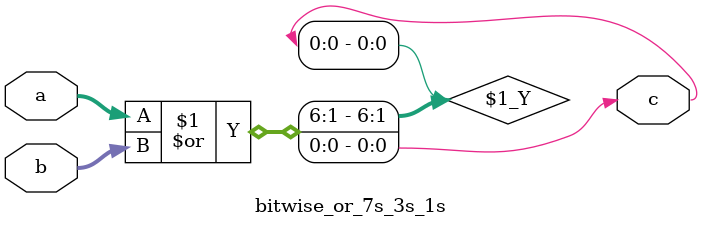
<source format=v>
module bitwise_or_7s_3s_1s(a, b, c);
  input signed [6:0] a;
  input signed [2:0] b;
  output signed c;
  assign c = a | b;
endmodule

</source>
